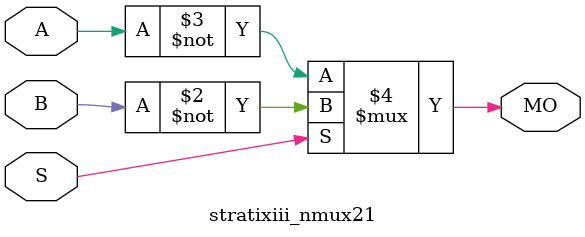
<source format=v>
module stratixiii_nmux21 (MO, A, B, S);
   input A, B, S; 
   output MO; 
   assign MO = (S == 1) ? ~B : ~A; 
endmodule
</source>
